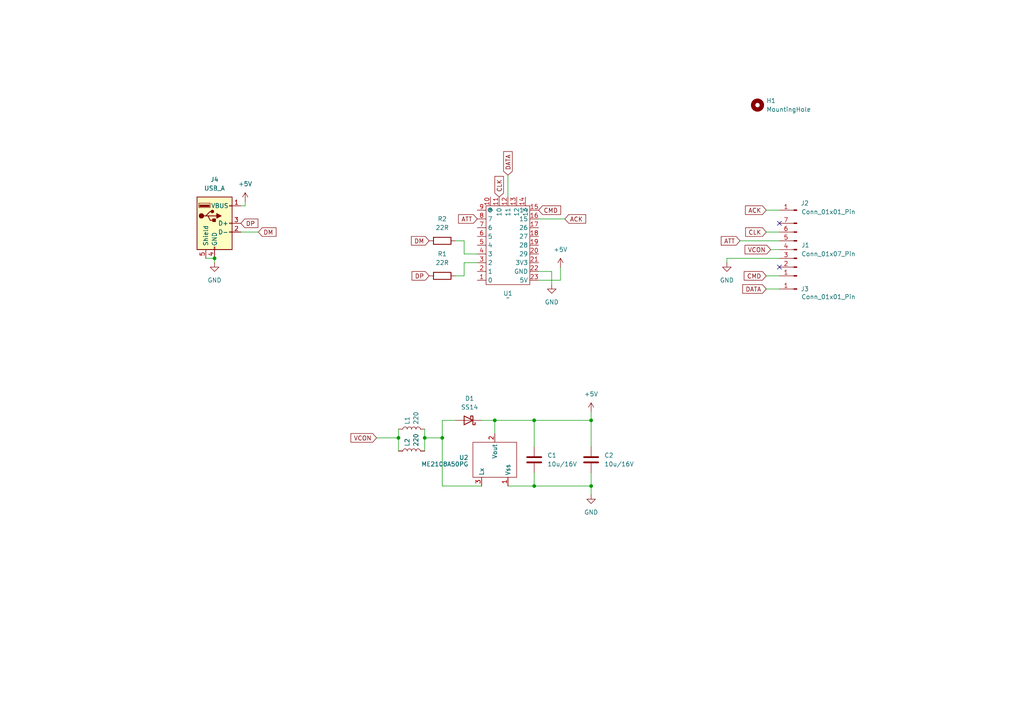
<source format=kicad_sch>
(kicad_sch (version 20231120) (generator "eeschema") (generator_version "8.0")
  (paper "A4")
  (lib_symbols
    (symbol "Connector:Conn_01x01_Pin" (pin_names (offset 1.016) hide)
      (property "Reference" "J" (at 0 2.54 0))
      (property "Value" "Conn_01x01_Pin" (at 0 -2.54 0))
      (symbol "Conn_01x01_Pin_1_1"
        (polyline (pts (xy 1.27 0) (xy 0.8636 0)) (stroke (width 0.1524)))
        (rectangle (start 0.8636 0.127) (end 0 -0.127) (stroke (width 0.1524)) (fill (type outline)))
        (pin passive line (at 5.08 0 180) (length 3.81) (name "Pin_1") (number "1"))
      )
    )
    (symbol "Connector:Conn_01x07_Pin" (pin_names (offset 1.016) hide)
      (property "Reference" "J" (at 0 10.16 0))
      (property "Value" "Conn_01x07_Pin" (at 0 -10.16 0))
      (symbol "Conn_01x07_Pin_1_1"
        (polyline (pts (xy 1.27 -7.62) (xy 0.8636 -7.62)) (stroke (width 0.1524)))
        (polyline (pts (xy 1.27 -5.08) (xy 0.8636 -5.08)) (stroke (width 0.1524)))
        (polyline (pts (xy 1.27 -2.54) (xy 0.8636 -2.54)) (stroke (width 0.1524)))
        (polyline (pts (xy 1.27 0) (xy 0.8636 0)) (stroke (width 0.1524)))
        (polyline (pts (xy 1.27 2.54) (xy 0.8636 2.54)) (stroke (width 0.1524)))
        (polyline (pts (xy 1.27 5.08) (xy 0.8636 5.08)) (stroke (width 0.1524)))
        (polyline (pts (xy 1.27 7.62) (xy 0.8636 7.62)) (stroke (width 0.1524)))
        (rectangle (start 0.8636 -7.493) (end 0 -7.747) (stroke (width 0.1524)) (fill (type outline)))
        (rectangle (start 0.8636 -4.953) (end 0 -5.207) (stroke (width 0.1524)) (fill (type outline)))
        (rectangle (start 0.8636 -2.413) (end 0 -2.667) (stroke (width 0.1524)) (fill (type outline)))
        (rectangle (start 0.8636 0.127) (end 0 -0.127) (stroke (width 0.1524)) (fill (type outline)))
        (rectangle (start 0.8636 2.667) (end 0 2.413) (stroke (width 0.1524)) (fill (type outline)))
        (rectangle (start 0.8636 5.207) (end 0 4.953) (stroke (width 0.1524)) (fill (type outline)))
        (rectangle (start 0.8636 7.747) (end 0 7.493) (stroke (width 0.1524)) (fill (type outline)))
        (pin passive line (at 5.08 7.62 180) (length 3.81) (name "Pin_1") (number "1"))
        (pin passive line (at 5.08 5.08 180) (length 3.81) (name "Pin_2") (number "2"))
        (pin passive line (at 5.08 2.54 180) (length 3.81) (name "Pin_3") (number "3"))
        (pin passive line (at 5.08 0 180) (length 3.81) (name "Pin_4") (number "4"))
        (pin passive line (at 5.08 -2.54 180) (length 3.81) (name "Pin_5") (number "5"))
        (pin passive line (at 5.08 -5.08 180) (length 3.81) (name "Pin_6") (number "6"))
        (pin passive line (at 5.08 -7.62 180) (length 3.81) (name "Pin_7") (number "7"))
      )
    )
    (symbol "Connector:USB_A" (pin_names (offset 1.016))
      (property "Reference" "J" (at -5.08 11.43 0))
      (property "Value" "USB_A" (at -5.08 8.89 0))
      (symbol "USB_A_0_1"
        (rectangle (start -5.08 -7.62) (end 5.08 7.62) (stroke (width 0.254)) (fill (type background)))
        (circle (center -3.81 2.159) (radius 0.635) (stroke (width 0.254)) (fill (type outline)))
        (rectangle (start -1.524 4.826) (end -4.318 5.334) (fill (type outline)))
        (rectangle (start -1.27 4.572) (end -4.572 5.842))
        (circle (center -0.635 3.429) (radius 0.381) (stroke (width 0.254)) (fill (type outline)))
        (rectangle (start -0.127 -7.62) (end 0.127 -6.858))
        (polyline (pts (xy -3.175 2.159) (xy -2.54 2.159) (xy -1.27 3.429) (xy -0.635 3.429)) (stroke (width 0.254)))
        (polyline (pts (xy -2.54 2.159) (xy -1.905 2.159) (xy -1.27 0.889) (xy 0 0.889)) (stroke (width 0.254)))
        (polyline (pts (xy 0.635 2.794) (xy 0.635 1.524) (xy 1.905 2.159) (xy 0.635 2.794)) (stroke (width 0.254)) (fill (type outline)))
        (rectangle (start 0.254 1.27) (end -0.508 0.508) (stroke (width 0.254)) (fill (type outline)))
        (rectangle (start 5.08 -2.667) (end 4.318 -2.413))
        (rectangle (start 5.08 -0.127) (end 4.318 0.127))
        (rectangle (start 5.08 4.953) (end 4.318 5.207))
      )
      (symbol "USB_A_1_1"
        (polyline (pts (xy -1.905 2.159) (xy 0.635 2.159)) (stroke (width 0.254)))
        (pin power_in line (at 7.62 5.08 180) (length 2.54) (name "VBUS") (number "1"))
        (pin bidirectional line (at 7.62 -2.54 180) (length 2.54) (name "D-") (number "2"))
        (pin bidirectional line (at 7.62 0 180) (length 2.54) (name "D+") (number "3"))
        (pin power_in line (at 0 -10.16 90) (length 2.54) (name "GND") (number "4"))
        (pin passive line (at -2.54 -10.16 90) (length 2.54) (name "Shield") (number "5"))
      )
    )
    (symbol "Device:C" (pin_numbers hide) (pin_names (offset 0.254))
      (property "Reference" "C" (at 0.635 2.54 0))
      (property "Value" "C" (at 0.635 -2.54 0))
      (symbol "C_0_1"
        (polyline (pts (xy -2.032 -0.762) (xy 2.032 -0.762)) (stroke (width 0.508)))
        (polyline (pts (xy -2.032 0.762) (xy 2.032 0.762)) (stroke (width 0.508)))
      )
      (symbol "C_1_1"
        (pin passive line (at 0 3.81 270) (length 2.794) (name "~") (number "1"))
        (pin passive line (at 0 -3.81 90) (length 2.794) (name "~") (number "2"))
      )
    )
    (symbol "Device:L" (pin_numbers hide) (pin_names (offset 1.016) hide)
      (property "Reference" "L" (at -1.27 0 90))
      (property "Value" "L" (at 1.905 0 90))
      (symbol "L_0_1"
        (arc (start 0 -2.54) (mid 0.6323 -1.905) (end 0 -1.27))
        (arc (start 0 -1.27) (mid 0.6323 -0.635) (end 0 0))
        (arc (start 0 0) (mid 0.6323 0.635) (end 0 1.27))
        (arc (start 0 1.27) (mid 0.6323 1.905) (end 0 2.54))
      )
      (symbol "L_1_1"
        (pin passive line (at 0 3.81 270) (length 1.27) (name "1") (number "1"))
        (pin passive line (at 0 -3.81 90) (length 1.27) (name "2") (number "2"))
      )
    )
    (symbol "Device:R" (pin_numbers hide) (pin_names (offset 0))
      (property "Reference" "R" (at 2.032 0 90))
      (property "Value" "R" (at 0 0 90))
      (symbol "R_0_1"
        (rectangle (start -1.016 -2.54) (end 1.016 2.54) (stroke (width 0.254)))
      )
      (symbol "R_1_1"
        (pin passive line (at 0 3.81 270) (length 1.27) (name "~") (number "1"))
        (pin passive line (at 0 -3.81 90) (length 1.27) (name "~") (number "2"))
      )
    )
    (symbol "Diode:SS14" (pin_numbers hide) (pin_names (offset 1.016) hide)
      (property "Reference" "D" (at 0 2.54 0))
      (property "Value" "SS14" (at 0 -2.54 0))
      (symbol "SS14_0_1"
        (polyline (pts (xy 1.27 0) (xy -1.27 0)))
        (polyline (pts (xy 1.27 1.27) (xy 1.27 -1.27) (xy -1.27 0) (xy 1.27 1.27)) (stroke (width 0.254)))
        (polyline (pts (xy -1.905 0.635) (xy -1.905 1.27) (xy -1.27 1.27) (xy -1.27 -1.27) (xy -0.635 -1.27) (xy -0.635 -0.635)) (stroke (width 0.254)))
      )
      (symbol "SS14_1_1"
        (pin passive line (at -3.81 0 0) (length 2.54) (name "K") (number "1"))
        (pin passive line (at 3.81 0 180) (length 2.54) (name "A") (number "2"))
      )
    )
    (symbol "Mechanical:MountingHole" (pin_names (offset 1.016)) (exclude_from_sim yes) (in_bom no)
      (property "Reference" "H" (at 0 5.08 0))
      (property "Value" "MountingHole" (at 0 3.175 0))
      (symbol "MountingHole_0_1"
        (circle (center 0 0) (radius 1.27) (stroke (width 1.27)))
      )
    )
    (symbol "RP2040_board:RP2040_Zero"
      (property "Reference" "U" (at 0 -3.81 0))
      (symbol "RP2040_Zero_0_1"
        (rectangle (start -6.35 5.08) (end 6.35 -17.78))
      )
      (symbol "RP2040_Zero_1_1"
        (pin bidirectional line (at -8.89 -16.51 0) (length 2.54) (name "0") (number "1"))
        (pin bidirectional line (at -5.08 7.62 270) (length 2.54) (name "9") (number "10"))
        (pin bidirectional line (at -2.54 7.62 270) (length 2.54) (name "10") (number "11"))
        (pin bidirectional line (at 0 7.62 270) (length 2.54) (name "11") (number "12"))
        (pin bidirectional line (at 2.54 7.62 270) (length 2.54) (name "12") (number "13"))
        (pin bidirectional line (at 5.08 7.62 270) (length 2.54) (name "13") (number "14"))
        (pin bidirectional line (at 8.89 3.81 180) (length 2.54) (name "14") (number "15"))
        (pin bidirectional line (at 8.89 1.27 180) (length 2.54) (name "15") (number "16"))
        (pin bidirectional line (at 8.89 -1.27 180) (length 2.54) (name "26") (number "17"))
        (pin bidirectional line (at 8.89 -3.81 180) (length 2.54) (name "27") (number "18"))
        (pin bidirectional line (at 8.89 -6.35 180) (length 2.54) (name "28") (number "19"))
        (pin bidirectional line (at -8.89 -13.97 0) (length 2.54) (name "1") (number "2"))
        (pin bidirectional line (at 8.89 -8.89 180) (length 2.54) (name "29") (number "20"))
        (pin bidirectional line (at 8.89 -11.43 180) (length 2.54) (name "3V3") (number "21"))
        (pin bidirectional line (at 8.89 -13.97 180) (length 2.54) (name "GND") (number "22"))
        (pin bidirectional line (at 8.89 -16.51 180) (length 2.54) (name "5V") (number "23"))
        (pin bidirectional line (at -8.89 -11.43 0) (length 2.54) (name "2") (number "3"))
        (pin bidirectional line (at -8.89 -8.89 0) (length 2.54) (name "3") (number "4"))
        (pin bidirectional line (at -8.89 -6.35 0) (length 2.54) (name "4") (number "5"))
        (pin bidirectional line (at -8.89 -3.81 0) (length 2.54) (name "5") (number "6"))
        (pin bidirectional line (at -8.89 -1.27 0) (length 2.54) (name "6") (number "7"))
        (pin bidirectional line (at -8.89 1.27 0) (length 2.54) (name "7") (number "8"))
        (pin bidirectional line (at -8.89 3.81 0) (length 2.54) (name "8") (number "9"))
      )
    )
    (symbol "power:+5V" (power) (pin_numbers hide) (pin_names (offset 0) hide)
      (property "Value" "+5V" (at 0 3.556 0))
      (symbol "+5V_0_1"
        (polyline (pts (xy -0.762 1.27) (xy 0 2.54)))
        (polyline (pts (xy 0 0) (xy 0 2.54)))
        (polyline (pts (xy 0 2.54) (xy 0.762 1.27)))
      )
      (symbol "+5V_1_1"
        (pin power_in line (at 0 0 90) (length 0) (name "~") (number "1"))
      )
    )
    (symbol "power:GND" (power) (pin_numbers hide) (pin_names (offset 0) hide)
      (property "Value" "GND" (at 0 -3.81 0))
      (symbol "GND_0_1"
        (polyline (pts (xy 0 0) (xy 0 -1.27) (xy 1.27 -1.27) (xy 0 -2.54) (xy -1.27 -1.27) (xy 0 -1.27)))
      )
      (symbol "GND_1_1"
        (pin power_in line (at 0 0 270) (length 0) (name "~") (number "1"))
      )
    )
    (symbol "usb2ps1mouse_specific:ME2108A50PG_SOT89-3"
      (property "Reference" "U" (at 0 0 0))
      (symbol "ME2108A50PG_SOT89-3_0_1"
        (rectangle (start -6.35 6.35) (end 6.35 -3.81))
      )
      (symbol "ME2108A50PG_SOT89-3_1_1"
        (pin unspecified line (at -3.81 -6.35 90) (length 2.54) (name "Vss") (number "1"))
        (pin unspecified line (at 0 8.89 270) (length 2.54) (name "Vout") (number "2"))
        (pin unspecified line (at 3.81 -6.35 90) (length 2.54) (name "Lx") (number "3"))
      )
    )
  )
  (junction (at 154.94 140.97))
  (junction (at 154.94 121.92))
  (junction (at 115.57 127))
  (junction (at 143.51 121.92))
  (junction (at 171.45 140.97))
  (junction (at 123.19 127))
  (junction (at 128.27 127))
  (junction (at 171.45 121.92))
  (junction (at 62.23 74.93))
  (no_connect (at 226.06 64.77))
  (no_connect (at 226.06 77.47))
  (wire (pts (xy 210.82 74.93) (xy 210.82 76.2)))
  (wire (pts (xy 139.7 121.92) (xy 143.51 121.92)))
  (wire (pts (xy 109.22 127) (xy 115.57 127)))
  (wire (pts (xy 154.94 140.97) (xy 171.45 140.97)))
  (wire (pts (xy 134.62 69.85) (xy 132.08 69.85)))
  (wire (pts (xy 171.45 121.92) (xy 171.45 129.54)))
  (wire (pts (xy 222.25 83.82) (xy 226.06 83.82)))
  (wire (pts (xy 214.63 69.85) (xy 226.06 69.85)))
  (wire (pts (xy 154.94 121.92) (xy 171.45 121.92)))
  (wire (pts (xy 62.23 74.93) (xy 62.23 76.2)))
  (wire (pts (xy 69.85 59.69) (xy 71.12 59.69)))
  (wire (pts (xy 171.45 140.97) (xy 171.45 137.16)))
  (wire (pts (xy 222.25 80.01) (xy 226.06 80.01)))
  (wire (pts (xy 222.25 60.96) (xy 226.06 60.96)))
  (wire (pts (xy 147.32 50.8) (xy 147.32 57.15)))
  (wire (pts (xy 128.27 127) (xy 128.27 121.92)))
  (wire (pts (xy 154.94 137.16) (xy 154.94 140.97)))
  (wire (pts (xy 222.25 67.31) (xy 226.06 67.31)))
  (wire (pts (xy 128.27 140.97) (xy 128.27 127)))
  (wire (pts (xy 154.94 121.92) (xy 154.94 129.54)))
  (wire (pts (xy 59.69 74.93) (xy 62.23 74.93)))
  (wire (pts (xy 115.57 124.46) (xy 115.57 127)))
  (wire (pts (xy 134.62 80.01) (xy 132.08 80.01)))
  (wire (pts (xy 160.02 78.74) (xy 160.02 82.55)))
  (wire (pts (xy 134.62 76.2) (xy 134.62 80.01)))
  (wire (pts (xy 171.45 119.38) (xy 171.45 121.92)))
  (wire (pts (xy 156.21 81.28) (xy 162.56 81.28)))
  (wire (pts (xy 69.85 67.31) (xy 74.93 67.31)))
  (wire (pts (xy 128.27 121.92) (xy 132.08 121.92)))
  (wire (pts (xy 223.52 72.39) (xy 226.06 72.39)))
  (wire (pts (xy 156.21 78.74) (xy 160.02 78.74)))
  (wire (pts (xy 139.7 140.97) (xy 128.27 140.97)))
  (wire (pts (xy 156.21 63.5) (xy 163.83 63.5)))
  (wire (pts (xy 138.43 73.66) (xy 134.62 73.66)))
  (wire (pts (xy 115.57 127) (xy 115.57 130.81)))
  (wire (pts (xy 138.43 76.2) (xy 134.62 76.2)))
  (wire (pts (xy 143.51 121.92) (xy 143.51 125.73)))
  (wire (pts (xy 162.56 81.28) (xy 162.56 77.47)))
  (wire (pts (xy 71.12 59.69) (xy 71.12 58.42)))
  (wire (pts (xy 226.06 74.93) (xy 210.82 74.93)))
  (wire (pts (xy 123.19 130.81) (xy 123.19 127)))
  (wire (pts (xy 171.45 140.97) (xy 171.45 143.51)))
  (wire (pts (xy 123.19 127) (xy 123.19 124.46)))
  (wire (pts (xy 143.51 121.92) (xy 154.94 121.92)))
  (wire (pts (xy 128.27 127) (xy 123.19 127)))
  (wire (pts (xy 147.32 140.97) (xy 154.94 140.97)))
  (wire (pts (xy 134.62 73.66) (xy 134.62 69.85)))
  (global_label "DP" (shape input) (at 124.46 80.01 180) (property "Intersheetrefs" "${INTERSHEET_REFS}" (effects (hide yes))))
  (global_label "DM" (shape input) (at 124.46 69.85 180) (property "Intersheetrefs" "${INTERSHEET_REFS}" (effects (hide yes))))
  (global_label "ATT" (shape input) (at 138.43 63.5 180) (property "Intersheetrefs" "${INTERSHEET_REFS}" (effects (hide yes))))
  (global_label "VCON" (shape input) (at 109.22 127 180) (property "Intersheetrefs" "${INTERSHEET_REFS}" (effects (hide yes))))
  (global_label "DATA" (shape input) (at 147.32 50.8 90) (property "Intersheetrefs" "${INTERSHEET_REFS}" (effects (hide yes))))
  (global_label "ACK" (shape input) (at 163.83 63.5 0) (property "Intersheetrefs" "${INTERSHEET_REFS}" (effects (hide yes))))
  (global_label "CLK" (shape input) (at 144.78 57.15 90) (property "Intersheetrefs" "${INTERSHEET_REFS}" (effects (hide yes))))
  (global_label "VCON" (shape input) (at 223.52 72.39 180) (property "Intersheetrefs" "${INTERSHEET_REFS}" (effects (hide yes))))
  (global_label "DM" (shape input) (at 74.93 67.31 0) (property "Intersheetrefs" "${INTERSHEET_REFS}" (effects (hide yes))))
  (global_label "CMD" (shape input) (at 222.25 80.01 180) (property "Intersheetrefs" "${INTERSHEET_REFS}" (effects (hide yes))))
  (global_label "DATA" (shape input) (at 222.25 83.82 180) (property "Intersheetrefs" "${INTERSHEET_REFS}" (effects (hide yes))))
  (global_label "CMD" (shape input) (at 156.21 60.96 0) (property "Intersheetrefs" "${INTERSHEET_REFS}" (effects (hide yes))))
  (global_label "CLK" (shape input) (at 222.25 67.31 180) (property "Intersheetrefs" "${INTERSHEET_REFS}" (effects (hide yes))))
  (global_label "ATT" (shape input) (at 214.63 69.85 180) (property "Intersheetrefs" "${INTERSHEET_REFS}" (effects (hide yes))))
  (global_label "ACK" (shape input) (at 222.25 60.96 180) (property "Intersheetrefs" "${INTERSHEET_REFS}" (effects (hide yes))))
  (global_label "DP" (shape input) (at 69.85 64.77 0) (property "Intersheetrefs" "${INTERSHEET_REFS}" (effects (hide yes))))
  (symbol (lib_id "Connector:USB_A") (at 62.23 64.77 0) (unit 1)
    (property "Reference" "J4" (at 62.23 52.07 0))
    (property "Value" "USB_A" (at 62.23 54.61 0))
    (property "Footprint" "usb2ps1mouse-specific:USB_A_Sunken" (effects (hide yes)))
    (property "Datasheet" " ~" (effects (hide yes)))
    (property "Description" "USB Type A connector" (effects (hide yes)))
  )
  (symbol (lib_id "Device:L") (at 119.38 124.46 90) (unit 1)
    (property "Reference" "L1" (at 118.1099 123.19 0) (effects (justify left)))
    (property "Value" "220" (at 120.6499 123.19 0) (effects (justify left)))
    (property "Footprint" "Inductor_SMD:L_10.4x10.4_H4.8" (effects (hide yes)))
    (property "Description" "Inductor" (effects (hide yes)))
  )
  (symbol (lib_id "Mechanical:MountingHole") (at 219.71 30.48 0) (unit 1) (exclude_from_sim yes) (in_bom no)
    (property "Reference" "H1" (at 222.25 29.2099 0) (effects (justify left)))
    (property "Value" "MountingHole" (at 222.25 31.7499 0) (effects (justify left)))
    (property "Footprint" "MountingHole:MountingHole_3.7mm" (effects (hide yes)))
    (property "Description" "Mounting Hole without connection" (effects (hide yes)))
  )
  (symbol (lib_id "power:+5V") (at 162.56 77.47 0) (unit 1)
    (property "Reference" "#PWR04" (effects (hide yes)))
    (property "Value" "+5V" (at 162.56 72.39 0))
    (property "Description" "Power symbol creates a global label with name \"+5V\"" (effects (hide yes)))
  )
  (symbol (lib_id "Device:C") (at 154.94 133.35 0) (unit 1)
    (property "Reference" "C1" (at 158.75 132.0799 0) (effects (justify left)))
    (property "Value" "10u/16V" (at 158.75 134.6199 0) (effects (justify left)))
    (property "Footprint" "Capacitor_SMD:C_1206_3216Metric" (effects (hide yes)))
    (property "Description" "Unpolarized capacitor" (effects (hide yes)))
  )
  (symbol (lib_id "Diode:SS14") (at 135.89 121.92 180) (unit 1)
    (property "Reference" "D1" (at 136.2075 115.57 0))
    (property "Value" "SS14" (at 136.2075 118.11 0))
    (property "Footprint" "Diode_SMD:D_SMA" (effects (hide yes)))
    (property "Datasheet" "https://www.vishay.com/docs/88746/ss12.pdf" (effects (hide yes)))
    (property "Description" "40V 1A Schottky Diode, SMA" (effects (hide yes)))
  )
  (symbol (lib_id "power:GND") (at 210.82 76.2 0) (unit 1)
    (property "Reference" "#PWR05" (effects (hide yes)))
    (property "Value" "GND" (at 210.82 81.28 0))
    (property "Description" "Power symbol creates a global label with name \"GND\" , ground" (effects (hide yes)))
  )
  (symbol (lib_id "Connector:Conn_01x01_Pin") (at 231.14 83.82 180) (unit 1)
    (property "Reference" "J3" (at 233.426 83.82 0))
    (property "Value" "Conn_01x01_Pin" (at 240.284 86.106 0))
    (property "Footprint" "usb2ps1mouse-specific:DSCON_pad" (effects (hide yes)))
    (property "Description" "Generic connector, single row, 01x01, script generated" (effects (hide yes)))
  )
  (symbol (lib_id "Connector:Conn_01x01_Pin") (at 231.14 60.96 180) (unit 1)
    (property "Reference" "J2" (at 233.426 58.928 0))
    (property "Value" "Conn_01x01_Pin" (at 240.284 61.468 0))
    (property "Footprint" "usb2ps1mouse-specific:DSCON_pad" (effects (hide yes)))
    (property "Description" "Generic connector, single row, 01x01, script generated" (effects (hide yes)))
  )
  (symbol (lib_id "Connector:Conn_01x07_Pin") (at 231.14 72.39 180) (unit 1)
    (property "Reference" "J1" (at 232.41 71.1199 0) (effects (justify right)))
    (property "Value" "Conn_01x07_Pin" (at 232.41 73.6599 0) (effects (justify right)))
    (property "Footprint" "PS1:Controller_THT90" (effects (hide yes)))
    (property "Description" "Generic connector, single row, 01x07, script generated" (effects (hide yes)))
  )
  (symbol (lib_id "power:GND") (at 171.45 143.51 0) (unit 1)
    (property "Reference" "#PWR01" (effects (hide yes)))
    (property "Value" "GND" (at 171.45 148.59 0))
    (property "Description" "Power symbol creates a global label with name \"GND\" , ground" (effects (hide yes)))
  )
  (symbol (lib_id "power:+5V") (at 171.45 119.38 0) (unit 1)
    (property "Reference" "#PWR02" (effects (hide yes)))
    (property "Value" "+5V" (at 171.45 114.3 0))
    (property "Description" "Power symbol creates a global label with name \"+5V\"" (effects (hide yes)))
  )
  (symbol (lib_id "Device:C") (at 171.45 133.35 0) (unit 1)
    (property "Reference" "C2" (at 175.26 132.0799 0) (effects (justify left)))
    (property "Value" "10u/16V" (at 175.26 134.6199 0) (effects (justify left)))
    (property "Footprint" "Capacitor_SMD:C_1206_3216Metric" (effects (hide yes)))
    (property "Description" "Unpolarized capacitor" (effects (hide yes)))
  )
  (symbol (lib_id "power:GND") (at 160.02 82.55 0) (unit 1)
    (property "Reference" "#PWR03" (effects (hide yes)))
    (property "Value" "GND" (at 160.02 87.63 0))
    (property "Description" "Power symbol creates a global label with name \"GND\" , ground" (effects (hide yes)))
  )
  (symbol (lib_id "Device:L") (at 119.38 130.81 90) (unit 1)
    (property "Reference" "L2" (at 118.1099 129.54 0) (effects (justify left)))
    (property "Value" "220" (at 120.6499 129.54 0) (effects (justify left)))
    (property "Footprint" "Inductor_SMD:L_Sumida_CR75" (effects (hide yes)))
    (property "Description" "Inductor" (effects (hide yes)))
  )
  (symbol (lib_id "Device:R") (at 128.27 80.01 90) (unit 1)
    (property "Reference" "R1" (at 128.27 73.66 90))
    (property "Value" "22R" (at 128.27 76.2 90))
    (property "Footprint" "Resistor_SMD:R_0603_1608Metric" (effects (hide yes)))
    (property "Description" "Resistor" (effects (hide yes)))
  )
  (symbol (lib_id "power:GND") (at 62.23 76.2 0) (unit 1)
    (property "Reference" "#PWR07" (effects (hide yes)))
    (property "Value" "GND" (at 62.23 81.28 0))
    (property "Description" "Power symbol creates a global label with name \"GND\" , ground" (effects (hide yes)))
  )
  (symbol (lib_id "usb2ps1mouse_specific:ME2108A50PG_SOT89-3") (at 143.51 134.62 0) (mirror y) (unit 1)
    (property "Reference" "U2" (at 135.89 132.7149 0) (effects (justify left)))
    (property "Value" "ME2108A50PG" (at 135.89 134.62 0) (effects (justify left)))
    (property "Footprint" "Package_TO_SOT_SMD:SOT-89-3" (effects (hide yes)))
  )
  (symbol (lib_id "Device:R") (at 128.27 69.85 90) (unit 1)
    (property "Reference" "R2" (at 128.27 63.5 90))
    (property "Value" "22R" (at 128.27 66.04 90))
    (property "Footprint" "Resistor_SMD:R_0603_1608Metric" (effects (hide yes)))
    (property "Description" "Resistor" (effects (hide yes)))
  )
  (symbol (lib_id "power:+5V") (at 71.12 58.42 0) (unit 1)
    (property "Reference" "#PWR06" (effects (hide yes)))
    (property "Value" "+5V" (at 71.12 53.34 0))
    (property "Description" "Power symbol creates a global label with name \"+5V\"" (effects (hide yes)))
  )
  (symbol (lib_id "RP2040_board:RP2040_Zero") (at 147.32 64.77 0) (unit 1)
    (property "Reference" "U1" (at 147.32 85.09 0))
    (property "Value" "~" (at 147.32 86.36 0))
    (property "Footprint" "RP2040_Board:RP2040-Zero" (effects (hide yes)))
  )
)
</source>
